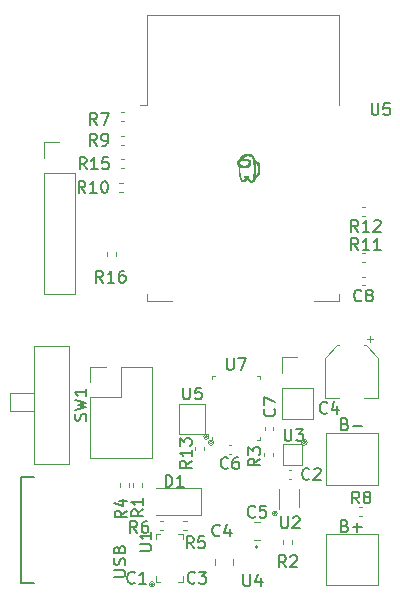
<source format=gbr>
%TF.GenerationSoftware,KiCad,Pcbnew,(5.1.9)-1*%
%TF.CreationDate,2022-10-17T20:04:13-04:00*%
%TF.ProjectId,slime,736c696d-652e-46b6-9963-61645f706362,rev?*%
%TF.SameCoordinates,Original*%
%TF.FileFunction,Legend,Top*%
%TF.FilePolarity,Positive*%
%FSLAX46Y46*%
G04 Gerber Fmt 4.6, Leading zero omitted, Abs format (unit mm)*
G04 Created by KiCad (PCBNEW (5.1.9)-1) date 2022-10-17 20:04:13*
%MOMM*%
%LPD*%
G01*
G04 APERTURE LIST*
%ADD10C,0.120000*%
%ADD11C,0.010000*%
%ADD12C,0.200000*%
%ADD13C,0.150000*%
G04 APERTURE END LIST*
D10*
%TO.C,U7*%
X124690000Y-90890000D02*
X124950000Y-90890000D01*
X124690000Y-90890000D02*
X124690000Y-91150000D01*
X128710000Y-90890000D02*
X128450000Y-90890000D01*
X128710000Y-90890000D02*
X128710000Y-91150000D01*
X124690000Y-96310000D02*
X124690000Y-96050000D01*
X128710000Y-96310000D02*
X128450000Y-96310000D01*
X128710000Y-96310000D02*
X128710000Y-96050000D01*
X124741421Y-96500000D02*
G75*
G03*
X124741421Y-96500000I-141421J0D01*
G01*
X124823607Y-96500000D02*
G75*
G03*
X124823607Y-96500000I-223607J0D01*
G01*
%TO.C,B+*%
X134300000Y-104200000D02*
X138700000Y-104200000D01*
X138700000Y-104200000D02*
X138700000Y-108600000D01*
X138700000Y-108600000D02*
X134300000Y-108600000D01*
X134300000Y-108600000D02*
X134300000Y-104200000D01*
%TO.C,~*%
X114370000Y-90070000D02*
X115700000Y-90070000D01*
X114370000Y-91400000D02*
X114370000Y-90070000D01*
X116970000Y-90070000D02*
X119570000Y-90070000D01*
X116970000Y-92670000D02*
X116970000Y-90070000D01*
X114370000Y-92670000D02*
X116970000Y-92670000D01*
X119570000Y-90070000D02*
X119570000Y-97810000D01*
X114370000Y-92670000D02*
X114370000Y-97810000D01*
X114370000Y-97810000D02*
X119570000Y-97810000D01*
%TO.C,U5*%
X119180000Y-60280000D02*
X135420000Y-60280000D01*
X135420000Y-60280000D02*
X135420000Y-67900000D01*
X135420000Y-83900000D02*
X135420000Y-84520000D01*
X135420000Y-84520000D02*
X133300000Y-84520000D01*
X121300000Y-84520000D02*
X119180000Y-84520000D01*
X119180000Y-84520000D02*
X119180000Y-83900000D01*
X119180000Y-67900000D02*
X119180000Y-60280000D01*
X119180000Y-67900000D02*
X118570000Y-67900000D01*
%TO.C,R12*%
X137653641Y-76520000D02*
X137346359Y-76520000D01*
X137653641Y-77280000D02*
X137346359Y-77280000D01*
%TO.C,R11*%
X137346359Y-81230000D02*
X137653641Y-81230000D01*
X137346359Y-80470000D02*
X137653641Y-80470000D01*
%TO.C,U1*%
X121800000Y-104200000D02*
X122200000Y-104200000D01*
X122200000Y-104200000D02*
X122200000Y-104700000D01*
X120300000Y-104200000D02*
X119900000Y-104200000D01*
X119900000Y-104200000D02*
X119900000Y-104700000D01*
X122200000Y-107800000D02*
X122200000Y-108300000D01*
X122200000Y-108300000D02*
X121800000Y-108300000D01*
X120300000Y-108300000D02*
X119900000Y-108300000D01*
X119900000Y-108300000D02*
X119900000Y-107800000D01*
X119823607Y-108500000D02*
G75*
G03*
X119823607Y-108500000I-223607J0D01*
G01*
X119741421Y-108500000D02*
G75*
G03*
X119741421Y-108500000I-141421J0D01*
G01*
X119700000Y-108500000D02*
G75*
G03*
X119700000Y-108500000I-100000J0D01*
G01*
X119600000Y-108500000D02*
X119700000Y-108500000D01*
%TO.C,U3*%
X132290000Y-98030000D02*
X132290000Y-96630000D01*
X132290000Y-96630000D02*
X130690000Y-96630000D01*
X130690000Y-96630000D02*
X130690000Y-98430000D01*
X130690000Y-98430000D02*
X132290000Y-98430000D01*
X132290000Y-98430000D02*
X132290000Y-98030000D01*
X132740000Y-96480000D02*
G75*
G03*
X132740000Y-96480000I-250000J0D01*
G01*
X132640000Y-96480000D02*
G75*
G03*
X132640000Y-96480000I-150000J0D01*
G01*
X132540000Y-96480000D02*
G75*
G03*
X132540000Y-96480000I-50000J0D01*
G01*
%TO.C,~*%
X130570000Y-94470000D02*
X133230000Y-94470000D01*
X130570000Y-91870000D02*
X130570000Y-94470000D01*
X133230000Y-91870000D02*
X133230000Y-94470000D01*
X130570000Y-91870000D02*
X133230000Y-91870000D01*
X130570000Y-90600000D02*
X130570000Y-89270000D01*
X130570000Y-89270000D02*
X131900000Y-89270000D01*
%TO.C,R8*%
X137413641Y-102730000D02*
X137106359Y-102730000D01*
X137413641Y-101970000D02*
X137106359Y-101970000D01*
%TO.C,BNO MODULE*%
X110430000Y-71060000D02*
X111760000Y-71060000D01*
X110430000Y-72390000D02*
X110430000Y-71060000D01*
X110430000Y-73660000D02*
X113090000Y-73660000D01*
X113090000Y-73660000D02*
X113090000Y-83880000D01*
X110430000Y-73660000D02*
X110430000Y-83880000D01*
X110430000Y-83880000D02*
X113090000Y-83880000D01*
D11*
%TO.C,~*%
G36*
X127542790Y-72083185D02*
G01*
X127508903Y-72090468D01*
X127475520Y-72097602D01*
X127444895Y-72104107D01*
X127419281Y-72109506D01*
X127400933Y-72113319D01*
X127399435Y-72113625D01*
X127364584Y-72121635D01*
X127327428Y-72131722D01*
X127290537Y-72143062D01*
X127256479Y-72154833D01*
X127227824Y-72166210D01*
X127211905Y-72173736D01*
X127165431Y-72202747D01*
X127124750Y-72238115D01*
X127089358Y-72280500D01*
X127058749Y-72330563D01*
X127032417Y-72388966D01*
X127019386Y-72425451D01*
X127014139Y-72440926D01*
X127009141Y-72453376D01*
X127003196Y-72464485D01*
X126995109Y-72475936D01*
X126983685Y-72489413D01*
X126967729Y-72506598D01*
X126946043Y-72529176D01*
X126944832Y-72530430D01*
X126916886Y-72559787D01*
X126894931Y-72584010D01*
X126877657Y-72604796D01*
X126863755Y-72623842D01*
X126851916Y-72642844D01*
X126840829Y-72663500D01*
X126838444Y-72668265D01*
X126817672Y-72721275D01*
X126806350Y-72776993D01*
X126804502Y-72834796D01*
X126812152Y-72894058D01*
X126827644Y-72949460D01*
X126840479Y-72983078D01*
X126854633Y-73013689D01*
X126871383Y-73043435D01*
X126892008Y-73074461D01*
X126917783Y-73108910D01*
X126937110Y-73133173D01*
X126950018Y-73149209D01*
X126959194Y-73161932D01*
X126965002Y-73173406D01*
X126967810Y-73185698D01*
X126967983Y-73200871D01*
X126965887Y-73220991D01*
X126961889Y-73248123D01*
X126959842Y-73261378D01*
X126952355Y-73311021D01*
X126946483Y-73352878D01*
X126942041Y-73388998D01*
X126938847Y-73421432D01*
X126936718Y-73452228D01*
X126935469Y-73483436D01*
X126934917Y-73517105D01*
X126934845Y-73540593D01*
X126935828Y-73595353D01*
X126939042Y-73643995D01*
X126944994Y-73689111D01*
X126954192Y-73733291D01*
X126967141Y-73779126D01*
X126984349Y-73829206D01*
X126998703Y-73866907D01*
X127009637Y-73895538D01*
X127017946Y-73919681D01*
X127024246Y-73941999D01*
X127029153Y-73965156D01*
X127033284Y-73991816D01*
X127037255Y-74024640D01*
X127039065Y-74041292D01*
X127048488Y-74106388D01*
X127062163Y-74162824D01*
X127080451Y-74211149D01*
X127103710Y-74251912D01*
X127132300Y-74285661D01*
X127166579Y-74312947D01*
X127206909Y-74334317D01*
X127238446Y-74345898D01*
X127274258Y-74353866D01*
X127314202Y-74357397D01*
X127354641Y-74356493D01*
X127391942Y-74351155D01*
X127411361Y-74345806D01*
X127461653Y-74324832D01*
X127504895Y-74298579D01*
X127541431Y-74266530D01*
X127571607Y-74228168D01*
X127595767Y-74182974D01*
X127614255Y-74130433D01*
X127627418Y-74070025D01*
X127634821Y-74010501D01*
X127636271Y-73994179D01*
X127637488Y-73983363D01*
X127638794Y-73978722D01*
X127640512Y-73980926D01*
X127642966Y-73990643D01*
X127646479Y-74008543D01*
X127651374Y-74035295D01*
X127654130Y-74050493D01*
X127668384Y-74119222D01*
X127684648Y-74179779D01*
X127702771Y-74231737D01*
X127722603Y-74274671D01*
X127743996Y-74308153D01*
X127745077Y-74309538D01*
X127774224Y-74340637D01*
X127809283Y-74368787D01*
X127845015Y-74390131D01*
X127865566Y-74398994D01*
X127889484Y-74407412D01*
X127913519Y-74414422D01*
X127934424Y-74419061D01*
X127947164Y-74420420D01*
X127955044Y-74423654D01*
X127956758Y-74427919D01*
X127958512Y-74431577D01*
X127964911Y-74433856D01*
X127977664Y-74435039D01*
X127998480Y-74435413D01*
X128001749Y-74435417D01*
X128024386Y-74435035D01*
X128038461Y-74433751D01*
X128045387Y-74431356D01*
X128046741Y-74428777D01*
X128051308Y-74423740D01*
X128063442Y-74418623D01*
X128071991Y-74416309D01*
X128106702Y-74405433D01*
X128138695Y-74388901D01*
X128170239Y-74365349D01*
X128194264Y-74342965D01*
X128215592Y-74320577D01*
X128231715Y-74300567D01*
X128245346Y-74279203D01*
X128257863Y-74255453D01*
X128272859Y-74222265D01*
X128287409Y-74184660D01*
X128300889Y-74144795D01*
X128312672Y-74104830D01*
X128322133Y-74066922D01*
X128328644Y-74033230D01*
X128331580Y-74005912D01*
X128331684Y-74000967D01*
X128331684Y-73985506D01*
X128362928Y-73985384D01*
X128410717Y-73980495D01*
X128454932Y-73966352D01*
X128495244Y-73943156D01*
X128531326Y-73911107D01*
X128562848Y-73870407D01*
X128570493Y-73858031D01*
X128590238Y-73820542D01*
X128606448Y-73780618D01*
X128619305Y-73737187D01*
X128628992Y-73689172D01*
X128635688Y-73635502D01*
X128639578Y-73575101D01*
X128640840Y-73506895D01*
X128640095Y-73446553D01*
X128639036Y-73409915D01*
X128637639Y-73374352D01*
X128636596Y-73353509D01*
X128565735Y-73353509D01*
X128563653Y-73425433D01*
X128559250Y-73494397D01*
X128552667Y-73559330D01*
X128544046Y-73619159D01*
X128533528Y-73672814D01*
X128521255Y-73719222D01*
X128507369Y-73757311D01*
X128500263Y-73772152D01*
X128481212Y-73800996D01*
X128457799Y-73825120D01*
X128431597Y-73843685D01*
X128404177Y-73855855D01*
X128377114Y-73860791D01*
X128351980Y-73857657D01*
X128344841Y-73854922D01*
X128334331Y-73846491D01*
X128329020Y-73835144D01*
X128330487Y-73824603D01*
X128331408Y-73823298D01*
X128335988Y-73812513D01*
X128337479Y-73798572D01*
X128335306Y-73787354D01*
X128334984Y-73786795D01*
X128334063Y-73781332D01*
X128335900Y-73780546D01*
X128337798Y-73775941D01*
X128339169Y-73763672D01*
X128340018Y-73746061D01*
X128340350Y-73725427D01*
X128340170Y-73704091D01*
X128339482Y-73684374D01*
X128338292Y-73668596D01*
X128336605Y-73659077D01*
X128335644Y-73657427D01*
X128334373Y-73651945D01*
X128336430Y-73648377D01*
X128339586Y-73639248D01*
X128339816Y-73626224D01*
X128339846Y-73614410D01*
X128342453Y-73607615D01*
X128342619Y-73607501D01*
X128344844Y-73601161D01*
X128343917Y-73589687D01*
X128343739Y-73588858D01*
X128341627Y-73575658D01*
X128339595Y-73556762D01*
X128338201Y-73538094D01*
X128337012Y-73517382D01*
X128335903Y-73498067D01*
X128335188Y-73485604D01*
X128333466Y-73472069D01*
X128330628Y-73462667D01*
X128330353Y-73462204D01*
X128329394Y-73455341D01*
X128330911Y-73453589D01*
X128333236Y-73447355D01*
X128333896Y-73435277D01*
X128333038Y-73421344D01*
X128330808Y-73409542D01*
X128329139Y-73405545D01*
X128328946Y-73397521D01*
X128330968Y-73393985D01*
X128333625Y-73385464D01*
X128332569Y-73382056D01*
X128330869Y-73374320D01*
X128329999Y-73359940D01*
X128330087Y-73344731D01*
X128329942Y-73324122D01*
X128328451Y-73304269D01*
X128326751Y-73293511D01*
X128326225Y-73288975D01*
X128210167Y-73288975D01*
X128209888Y-73337796D01*
X128209508Y-73360802D01*
X128207243Y-73459164D01*
X128204693Y-73548660D01*
X128201789Y-73630418D01*
X128198465Y-73705568D01*
X128194652Y-73775241D01*
X128190282Y-73840564D01*
X128185288Y-73902667D01*
X128179602Y-73962679D01*
X128173156Y-74021731D01*
X128166585Y-74075488D01*
X128164063Y-74096968D01*
X128161191Y-74124192D01*
X128158404Y-74152935D01*
X128156961Y-74169063D01*
X128153691Y-74199930D01*
X128149445Y-74222903D01*
X128143408Y-74240085D01*
X128134764Y-74253577D01*
X128122698Y-74265483D01*
X128118127Y-74269187D01*
X128098738Y-74283295D01*
X128080886Y-74293166D01*
X128060177Y-74300975D01*
X128044524Y-74305582D01*
X128007840Y-74313006D01*
X127971358Y-74314254D01*
X127931178Y-74309425D01*
X127926441Y-74308541D01*
X127891390Y-74299186D01*
X127859394Y-74284543D01*
X127827538Y-74263121D01*
X127810267Y-74248982D01*
X127791054Y-74229996D01*
X127774856Y-74208214D01*
X127761378Y-74182635D01*
X127750329Y-74152254D01*
X127741416Y-74116070D01*
X127734346Y-74073079D01*
X127728826Y-74022279D01*
X127724563Y-73962666D01*
X127724052Y-73953601D01*
X127720526Y-73889202D01*
X127582442Y-73893236D01*
X127545343Y-73894341D01*
X127510723Y-73895410D01*
X127480079Y-73896395D01*
X127454907Y-73897246D01*
X127436704Y-73897915D01*
X127426966Y-73898351D01*
X127426863Y-73898358D01*
X127409760Y-73899224D01*
X127390849Y-73899918D01*
X127388469Y-73899983D01*
X127375400Y-73900676D01*
X127370094Y-73903254D01*
X127370320Y-73909838D01*
X127371924Y-73915697D01*
X127381744Y-73938618D01*
X127398013Y-73963750D01*
X127409170Y-73977535D01*
X127417509Y-73989357D01*
X127421734Y-73999809D01*
X127421864Y-74001267D01*
X127423876Y-74010334D01*
X127429143Y-74025112D01*
X127436225Y-74041731D01*
X127448852Y-74070333D01*
X127457028Y-74092261D01*
X127461171Y-74109574D01*
X127461696Y-74124331D01*
X127459020Y-74138591D01*
X127457073Y-74144834D01*
X127441228Y-74176627D01*
X127417686Y-74203381D01*
X127388085Y-74223644D01*
X127354504Y-74235865D01*
X127331958Y-74238836D01*
X127303167Y-74239690D01*
X127271617Y-74238603D01*
X127240795Y-74235747D01*
X127214188Y-74231296D01*
X127202859Y-74228310D01*
X127173776Y-74214386D01*
X127147331Y-74192886D01*
X127126432Y-74166230D01*
X127124767Y-74163389D01*
X127120094Y-74152437D01*
X127113686Y-74133540D01*
X127106081Y-74108489D01*
X127097815Y-74079076D01*
X127089426Y-74047092D01*
X127087148Y-74037995D01*
X127078158Y-74001951D01*
X127068721Y-73964490D01*
X127059536Y-73928373D01*
X127051307Y-73896359D01*
X127044734Y-73871205D01*
X127044554Y-73870528D01*
X127035027Y-73832614D01*
X127026979Y-73795739D01*
X127020314Y-73758714D01*
X127014935Y-73720346D01*
X127010746Y-73679447D01*
X127007649Y-73634823D01*
X127005549Y-73585286D01*
X127004349Y-73529643D01*
X127003953Y-73466703D01*
X127004264Y-73395277D01*
X127004444Y-73375626D01*
X127005021Y-73320756D01*
X127005588Y-73274938D01*
X127006182Y-73237224D01*
X127006842Y-73206670D01*
X127007606Y-73182327D01*
X127008513Y-73163249D01*
X127009601Y-73148491D01*
X127010908Y-73137105D01*
X127012472Y-73128146D01*
X127014333Y-73120665D01*
X127014852Y-73118905D01*
X127020543Y-73106405D01*
X127029202Y-73093548D01*
X127038561Y-73083131D01*
X127046356Y-73077950D01*
X127048112Y-73077848D01*
X127066590Y-73084095D01*
X127087181Y-73094695D01*
X127100195Y-73103426D01*
X127118335Y-73112921D01*
X127138542Y-73117691D01*
X127155272Y-73120729D01*
X127169597Y-73125626D01*
X127172745Y-73127329D01*
X127186054Y-73134305D01*
X127204416Y-73141231D01*
X127228949Y-73148424D01*
X127260771Y-73156199D01*
X127301002Y-73164875D01*
X127316884Y-73168103D01*
X127379183Y-73179662D01*
X127433814Y-73187566D01*
X127482410Y-73191826D01*
X127526605Y-73192451D01*
X127568035Y-73189450D01*
X127608333Y-73182833D01*
X127649132Y-73172609D01*
X127657681Y-73170076D01*
X127689674Y-73159647D01*
X127715147Y-73149358D01*
X127737425Y-73137617D01*
X127759835Y-73122836D01*
X127766319Y-73118133D01*
X127797094Y-73089836D01*
X127822811Y-73053840D01*
X127843631Y-73009816D01*
X127859716Y-72957434D01*
X127869456Y-72908197D01*
X127872939Y-72878843D01*
X127875108Y-72844624D01*
X127876042Y-72807185D01*
X127875833Y-72770357D01*
X127776085Y-72770357D01*
X127771038Y-72813506D01*
X127768878Y-72824695D01*
X127753774Y-72874656D01*
X127730266Y-72919567D01*
X127698799Y-72959038D01*
X127659818Y-72992674D01*
X127613766Y-73020085D01*
X127561088Y-73040877D01*
X127510045Y-73053308D01*
X127495799Y-73055914D01*
X127484589Y-73057816D01*
X127474612Y-73059044D01*
X127464068Y-73059630D01*
X127451154Y-73059607D01*
X127434069Y-73059006D01*
X127411011Y-73057860D01*
X127380179Y-73056199D01*
X127371873Y-73055751D01*
X127339435Y-73053658D01*
X127306865Y-73050938D01*
X127276979Y-73047869D01*
X127252597Y-73044729D01*
X127241899Y-73042948D01*
X127189171Y-73029612D01*
X127140448Y-73010873D01*
X127096408Y-72987447D01*
X127057729Y-72960048D01*
X127025090Y-72929393D01*
X126999168Y-72896195D01*
X126980642Y-72861169D01*
X126970189Y-72825032D01*
X126968489Y-72788497D01*
X126973685Y-72760143D01*
X126983426Y-72735967D01*
X126998774Y-72708432D01*
X127017654Y-72680578D01*
X127037992Y-72655444D01*
X127057711Y-72636072D01*
X127059199Y-72634863D01*
X127095591Y-72610198D01*
X127139627Y-72587632D01*
X127189017Y-72568137D01*
X127241471Y-72552685D01*
X127265334Y-72547337D01*
X127286651Y-72543674D01*
X127309542Y-72541180D01*
X127336239Y-72539722D01*
X127368976Y-72539165D01*
X127399368Y-72539262D01*
X127433989Y-72539842D01*
X127464452Y-72541080D01*
X127493114Y-72543242D01*
X127522335Y-72546594D01*
X127554473Y-72551402D01*
X127591886Y-72557931D01*
X127631822Y-72565461D01*
X127651410Y-72569069D01*
X127670374Y-72572303D01*
X127678170Y-72573516D01*
X127701495Y-72581859D01*
X127722893Y-72599278D01*
X127741715Y-72624936D01*
X127757313Y-72657994D01*
X127766791Y-72688242D01*
X127774690Y-72729941D01*
X127776085Y-72770357D01*
X127875833Y-72770357D01*
X127875820Y-72768170D01*
X127874519Y-72729225D01*
X127872218Y-72691995D01*
X127868996Y-72658123D01*
X127864931Y-72629255D01*
X127860100Y-72607035D01*
X127854584Y-72593108D01*
X127854435Y-72592876D01*
X127842442Y-72580722D01*
X127822095Y-72567136D01*
X127794838Y-72552663D01*
X127762117Y-72537849D01*
X127725377Y-72523240D01*
X127686064Y-72509382D01*
X127645622Y-72496820D01*
X127605498Y-72486100D01*
X127567137Y-72477768D01*
X127536841Y-72472952D01*
X127513346Y-72469793D01*
X127481814Y-72465211D01*
X127441380Y-72459080D01*
X127436861Y-72458384D01*
X127419720Y-72456696D01*
X127395250Y-72455550D01*
X127366106Y-72454993D01*
X127334944Y-72455077D01*
X127304420Y-72455851D01*
X127303627Y-72455882D01*
X127280934Y-72455920D01*
X127264359Y-72453520D01*
X127250199Y-72448111D01*
X127248903Y-72447450D01*
X127233064Y-72435884D01*
X127225805Y-72422828D01*
X127227580Y-72409639D01*
X127233697Y-72401727D01*
X127246241Y-72389268D01*
X127258112Y-72376156D01*
X127267287Y-72364774D01*
X127271745Y-72357503D01*
X127271893Y-72356737D01*
X127275772Y-72352089D01*
X127285727Y-72344375D01*
X127294279Y-72338671D01*
X127306369Y-72330194D01*
X127313542Y-72323513D01*
X127314486Y-72320998D01*
X127317261Y-72316778D01*
X127326606Y-72308969D01*
X127340562Y-72299195D01*
X127341879Y-72298338D01*
X127356084Y-72288395D01*
X127365765Y-72280155D01*
X127368987Y-72275283D01*
X127368902Y-72275080D01*
X127370231Y-72272919D01*
X127373730Y-72273788D01*
X127381771Y-72272153D01*
X127386738Y-72266092D01*
X127392714Y-72259109D01*
X127397119Y-72258501D01*
X127401543Y-72257860D01*
X127401867Y-72256141D01*
X127405891Y-72251396D01*
X127409080Y-72250847D01*
X127417910Y-72248444D01*
X127430393Y-72242524D01*
X127432826Y-72241138D01*
X127447324Y-72233943D01*
X127460698Y-72229307D01*
X127461856Y-72229063D01*
X127474705Y-72225522D01*
X127490431Y-72219814D01*
X127493460Y-72218558D01*
X127510416Y-72212947D01*
X127534876Y-72206961D01*
X127564377Y-72201043D01*
X127596459Y-72195638D01*
X127628661Y-72191190D01*
X127658521Y-72188143D01*
X127664316Y-72187720D01*
X127732571Y-72187771D01*
X127800021Y-72196776D01*
X127865352Y-72214285D01*
X127927253Y-72239849D01*
X127984412Y-72273018D01*
X128035518Y-72313343D01*
X128038092Y-72315727D01*
X128067727Y-72346664D01*
X128092988Y-72380502D01*
X128114316Y-72418354D01*
X128132154Y-72461333D01*
X128146947Y-72510551D01*
X128159137Y-72567121D01*
X128169166Y-72632155D01*
X128171497Y-72650768D01*
X128175169Y-72681103D01*
X128331803Y-73645651D01*
X128180452Y-72721892D01*
X128182746Y-72737304D01*
X128185263Y-72752700D01*
X128186640Y-72760747D01*
X128189895Y-72784512D01*
X128193074Y-72816988D01*
X128196128Y-72856888D01*
X128199008Y-72902927D01*
X128201664Y-72953817D01*
X128204048Y-73008271D01*
X128206111Y-73065003D01*
X128207803Y-73122726D01*
X128209076Y-73180154D01*
X128209880Y-73235999D01*
X128210167Y-73288975D01*
X128326225Y-73288975D01*
X128324822Y-73276878D01*
X128328329Y-73265404D01*
X128329017Y-73264371D01*
X128333081Y-73255608D01*
X128331005Y-73246118D01*
X128328890Y-73241770D01*
X128325159Y-73230750D01*
X128325852Y-73223419D01*
X128327725Y-73215677D01*
X128328294Y-73201852D01*
X128327962Y-73193162D01*
X128326902Y-73177049D01*
X128326068Y-73164407D01*
X128325821Y-73160668D01*
X128322368Y-73149907D01*
X128320575Y-73147140D01*
X128318233Y-73138638D01*
X128319257Y-73135560D01*
X128321433Y-73127036D01*
X128323024Y-73111174D01*
X128323991Y-73090618D01*
X128324292Y-73068012D01*
X128323889Y-73046003D01*
X128322742Y-73027234D01*
X128321065Y-73015410D01*
X128318757Y-72997993D01*
X128321482Y-72988906D01*
X128325662Y-72980015D01*
X128326400Y-72968549D01*
X128323570Y-72959750D01*
X128322229Y-72958543D01*
X128319771Y-72952337D01*
X128318586Y-72939707D01*
X128318625Y-72932003D01*
X128318292Y-72916646D01*
X128316467Y-72905158D01*
X128315236Y-72902289D01*
X128313903Y-72893345D01*
X128316084Y-72886850D01*
X128319062Y-72874223D01*
X128318368Y-72866615D01*
X128317274Y-72850899D01*
X128321346Y-72837188D01*
X128329002Y-72827390D01*
X128338660Y-72823416D01*
X128348736Y-72827176D01*
X128350044Y-72828383D01*
X128360155Y-72833922D01*
X128367239Y-72834137D01*
X128377697Y-72835420D01*
X128382057Y-72838693D01*
X128388798Y-72843383D01*
X128391839Y-72843128D01*
X128397466Y-72844748D01*
X128405020Y-72851931D01*
X128417157Y-72860904D01*
X128431665Y-72862921D01*
X128447217Y-72866066D01*
X128462364Y-72876572D01*
X128477873Y-72895201D01*
X128494508Y-72922716D01*
X128497741Y-72928785D01*
X128517784Y-72972759D01*
X128534067Y-73021427D01*
X128546783Y-73075777D01*
X128556120Y-73136796D01*
X128562269Y-73205472D01*
X128565353Y-73279699D01*
X128565735Y-73353509D01*
X128636596Y-73353509D01*
X128636010Y-73341815D01*
X128634252Y-73314253D01*
X128632469Y-73293617D01*
X128631474Y-73285643D01*
X128629006Y-73263431D01*
X128628231Y-73238517D01*
X128629142Y-73208376D01*
X128631185Y-73177432D01*
X128633423Y-73141973D01*
X128635042Y-73103058D01*
X128636044Y-73062547D01*
X128636427Y-73022301D01*
X128636191Y-72984182D01*
X128635336Y-72950050D01*
X128633861Y-72921766D01*
X128631767Y-72901191D01*
X128631224Y-72897888D01*
X128618378Y-72854484D01*
X128596713Y-72813935D01*
X128567288Y-72777560D01*
X128531163Y-72746679D01*
X128490981Y-72723341D01*
X128474805Y-72716515D01*
X128461111Y-72711959D01*
X128454785Y-72710805D01*
X128445323Y-72708843D01*
X128430450Y-72703811D01*
X128417293Y-72698463D01*
X128395567Y-72690398D01*
X128371458Y-72683511D01*
X128359615Y-72680986D01*
X128343845Y-72678049D01*
X128332799Y-72675667D01*
X128329220Y-72674533D01*
X128327664Y-72669435D01*
X128324340Y-72657178D01*
X128319935Y-72640293D01*
X128319416Y-72638271D01*
X128305683Y-72591327D01*
X128287284Y-72538397D01*
X128265210Y-72481737D01*
X128240452Y-72423604D01*
X128214003Y-72366254D01*
X128186854Y-72311944D01*
X128159997Y-72262929D01*
X128140000Y-72230000D01*
X128104990Y-72184448D01*
X128062430Y-72144286D01*
X128013779Y-72110574D01*
X127960498Y-72084374D01*
X127920971Y-72070999D01*
X127908006Y-72067706D01*
X127894904Y-72065204D01*
X127880056Y-72063387D01*
X127861855Y-72062152D01*
X127838692Y-72061393D01*
X127808961Y-72061006D01*
X127771052Y-72060886D01*
X127765346Y-72060885D01*
X127646219Y-72060885D01*
X127542790Y-72083185D01*
G37*
X127542790Y-72083185D02*
X127508903Y-72090468D01*
X127475520Y-72097602D01*
X127444895Y-72104107D01*
X127419281Y-72109506D01*
X127400933Y-72113319D01*
X127399435Y-72113625D01*
X127364584Y-72121635D01*
X127327428Y-72131722D01*
X127290537Y-72143062D01*
X127256479Y-72154833D01*
X127227824Y-72166210D01*
X127211905Y-72173736D01*
X127165431Y-72202747D01*
X127124750Y-72238115D01*
X127089358Y-72280500D01*
X127058749Y-72330563D01*
X127032417Y-72388966D01*
X127019386Y-72425451D01*
X127014139Y-72440926D01*
X127009141Y-72453376D01*
X127003196Y-72464485D01*
X126995109Y-72475936D01*
X126983685Y-72489413D01*
X126967729Y-72506598D01*
X126946043Y-72529176D01*
X126944832Y-72530430D01*
X126916886Y-72559787D01*
X126894931Y-72584010D01*
X126877657Y-72604796D01*
X126863755Y-72623842D01*
X126851916Y-72642844D01*
X126840829Y-72663500D01*
X126838444Y-72668265D01*
X126817672Y-72721275D01*
X126806350Y-72776993D01*
X126804502Y-72834796D01*
X126812152Y-72894058D01*
X126827644Y-72949460D01*
X126840479Y-72983078D01*
X126854633Y-73013689D01*
X126871383Y-73043435D01*
X126892008Y-73074461D01*
X126917783Y-73108910D01*
X126937110Y-73133173D01*
X126950018Y-73149209D01*
X126959194Y-73161932D01*
X126965002Y-73173406D01*
X126967810Y-73185698D01*
X126967983Y-73200871D01*
X126965887Y-73220991D01*
X126961889Y-73248123D01*
X126959842Y-73261378D01*
X126952355Y-73311021D01*
X126946483Y-73352878D01*
X126942041Y-73388998D01*
X126938847Y-73421432D01*
X126936718Y-73452228D01*
X126935469Y-73483436D01*
X126934917Y-73517105D01*
X126934845Y-73540593D01*
X126935828Y-73595353D01*
X126939042Y-73643995D01*
X126944994Y-73689111D01*
X126954192Y-73733291D01*
X126967141Y-73779126D01*
X126984349Y-73829206D01*
X126998703Y-73866907D01*
X127009637Y-73895538D01*
X127017946Y-73919681D01*
X127024246Y-73941999D01*
X127029153Y-73965156D01*
X127033284Y-73991816D01*
X127037255Y-74024640D01*
X127039065Y-74041292D01*
X127048488Y-74106388D01*
X127062163Y-74162824D01*
X127080451Y-74211149D01*
X127103710Y-74251912D01*
X127132300Y-74285661D01*
X127166579Y-74312947D01*
X127206909Y-74334317D01*
X127238446Y-74345898D01*
X127274258Y-74353866D01*
X127314202Y-74357397D01*
X127354641Y-74356493D01*
X127391942Y-74351155D01*
X127411361Y-74345806D01*
X127461653Y-74324832D01*
X127504895Y-74298579D01*
X127541431Y-74266530D01*
X127571607Y-74228168D01*
X127595767Y-74182974D01*
X127614255Y-74130433D01*
X127627418Y-74070025D01*
X127634821Y-74010501D01*
X127636271Y-73994179D01*
X127637488Y-73983363D01*
X127638794Y-73978722D01*
X127640512Y-73980926D01*
X127642966Y-73990643D01*
X127646479Y-74008543D01*
X127651374Y-74035295D01*
X127654130Y-74050493D01*
X127668384Y-74119222D01*
X127684648Y-74179779D01*
X127702771Y-74231737D01*
X127722603Y-74274671D01*
X127743996Y-74308153D01*
X127745077Y-74309538D01*
X127774224Y-74340637D01*
X127809283Y-74368787D01*
X127845015Y-74390131D01*
X127865566Y-74398994D01*
X127889484Y-74407412D01*
X127913519Y-74414422D01*
X127934424Y-74419061D01*
X127947164Y-74420420D01*
X127955044Y-74423654D01*
X127956758Y-74427919D01*
X127958512Y-74431577D01*
X127964911Y-74433856D01*
X127977664Y-74435039D01*
X127998480Y-74435413D01*
X128001749Y-74435417D01*
X128024386Y-74435035D01*
X128038461Y-74433751D01*
X128045387Y-74431356D01*
X128046741Y-74428777D01*
X128051308Y-74423740D01*
X128063442Y-74418623D01*
X128071991Y-74416309D01*
X128106702Y-74405433D01*
X128138695Y-74388901D01*
X128170239Y-74365349D01*
X128194264Y-74342965D01*
X128215592Y-74320577D01*
X128231715Y-74300567D01*
X128245346Y-74279203D01*
X128257863Y-74255453D01*
X128272859Y-74222265D01*
X128287409Y-74184660D01*
X128300889Y-74144795D01*
X128312672Y-74104830D01*
X128322133Y-74066922D01*
X128328644Y-74033230D01*
X128331580Y-74005912D01*
X128331684Y-74000967D01*
X128331684Y-73985506D01*
X128362928Y-73985384D01*
X128410717Y-73980495D01*
X128454932Y-73966352D01*
X128495244Y-73943156D01*
X128531326Y-73911107D01*
X128562848Y-73870407D01*
X128570493Y-73858031D01*
X128590238Y-73820542D01*
X128606448Y-73780618D01*
X128619305Y-73737187D01*
X128628992Y-73689172D01*
X128635688Y-73635502D01*
X128639578Y-73575101D01*
X128640840Y-73506895D01*
X128640095Y-73446553D01*
X128639036Y-73409915D01*
X128637639Y-73374352D01*
X128636596Y-73353509D01*
X128565735Y-73353509D01*
X128563653Y-73425433D01*
X128559250Y-73494397D01*
X128552667Y-73559330D01*
X128544046Y-73619159D01*
X128533528Y-73672814D01*
X128521255Y-73719222D01*
X128507369Y-73757311D01*
X128500263Y-73772152D01*
X128481212Y-73800996D01*
X128457799Y-73825120D01*
X128431597Y-73843685D01*
X128404177Y-73855855D01*
X128377114Y-73860791D01*
X128351980Y-73857657D01*
X128344841Y-73854922D01*
X128334331Y-73846491D01*
X128329020Y-73835144D01*
X128330487Y-73824603D01*
X128331408Y-73823298D01*
X128335988Y-73812513D01*
X128337479Y-73798572D01*
X128335306Y-73787354D01*
X128334984Y-73786795D01*
X128334063Y-73781332D01*
X128335900Y-73780546D01*
X128337798Y-73775941D01*
X128339169Y-73763672D01*
X128340018Y-73746061D01*
X128340350Y-73725427D01*
X128340170Y-73704091D01*
X128339482Y-73684374D01*
X128338292Y-73668596D01*
X128336605Y-73659077D01*
X128335644Y-73657427D01*
X128334373Y-73651945D01*
X128336430Y-73648377D01*
X128339586Y-73639248D01*
X128339816Y-73626224D01*
X128339846Y-73614410D01*
X128342453Y-73607615D01*
X128342619Y-73607501D01*
X128344844Y-73601161D01*
X128343917Y-73589687D01*
X128343739Y-73588858D01*
X128341627Y-73575658D01*
X128339595Y-73556762D01*
X128338201Y-73538094D01*
X128337012Y-73517382D01*
X128335903Y-73498067D01*
X128335188Y-73485604D01*
X128333466Y-73472069D01*
X128330628Y-73462667D01*
X128330353Y-73462204D01*
X128329394Y-73455341D01*
X128330911Y-73453589D01*
X128333236Y-73447355D01*
X128333896Y-73435277D01*
X128333038Y-73421344D01*
X128330808Y-73409542D01*
X128329139Y-73405545D01*
X128328946Y-73397521D01*
X128330968Y-73393985D01*
X128333625Y-73385464D01*
X128332569Y-73382056D01*
X128330869Y-73374320D01*
X128329999Y-73359940D01*
X128330087Y-73344731D01*
X128329942Y-73324122D01*
X128328451Y-73304269D01*
X128326751Y-73293511D01*
X128326225Y-73288975D01*
X128210167Y-73288975D01*
X128209888Y-73337796D01*
X128209508Y-73360802D01*
X128207243Y-73459164D01*
X128204693Y-73548660D01*
X128201789Y-73630418D01*
X128198465Y-73705568D01*
X128194652Y-73775241D01*
X128190282Y-73840564D01*
X128185288Y-73902667D01*
X128179602Y-73962679D01*
X128173156Y-74021731D01*
X128166585Y-74075488D01*
X128164063Y-74096968D01*
X128161191Y-74124192D01*
X128158404Y-74152935D01*
X128156961Y-74169063D01*
X128153691Y-74199930D01*
X128149445Y-74222903D01*
X128143408Y-74240085D01*
X128134764Y-74253577D01*
X128122698Y-74265483D01*
X128118127Y-74269187D01*
X128098738Y-74283295D01*
X128080886Y-74293166D01*
X128060177Y-74300975D01*
X128044524Y-74305582D01*
X128007840Y-74313006D01*
X127971358Y-74314254D01*
X127931178Y-74309425D01*
X127926441Y-74308541D01*
X127891390Y-74299186D01*
X127859394Y-74284543D01*
X127827538Y-74263121D01*
X127810267Y-74248982D01*
X127791054Y-74229996D01*
X127774856Y-74208214D01*
X127761378Y-74182635D01*
X127750329Y-74152254D01*
X127741416Y-74116070D01*
X127734346Y-74073079D01*
X127728826Y-74022279D01*
X127724563Y-73962666D01*
X127724052Y-73953601D01*
X127720526Y-73889202D01*
X127582442Y-73893236D01*
X127545343Y-73894341D01*
X127510723Y-73895410D01*
X127480079Y-73896395D01*
X127454907Y-73897246D01*
X127436704Y-73897915D01*
X127426966Y-73898351D01*
X127426863Y-73898358D01*
X127409760Y-73899224D01*
X127390849Y-73899918D01*
X127388469Y-73899983D01*
X127375400Y-73900676D01*
X127370094Y-73903254D01*
X127370320Y-73909838D01*
X127371924Y-73915697D01*
X127381744Y-73938618D01*
X127398013Y-73963750D01*
X127409170Y-73977535D01*
X127417509Y-73989357D01*
X127421734Y-73999809D01*
X127421864Y-74001267D01*
X127423876Y-74010334D01*
X127429143Y-74025112D01*
X127436225Y-74041731D01*
X127448852Y-74070333D01*
X127457028Y-74092261D01*
X127461171Y-74109574D01*
X127461696Y-74124331D01*
X127459020Y-74138591D01*
X127457073Y-74144834D01*
X127441228Y-74176627D01*
X127417686Y-74203381D01*
X127388085Y-74223644D01*
X127354504Y-74235865D01*
X127331958Y-74238836D01*
X127303167Y-74239690D01*
X127271617Y-74238603D01*
X127240795Y-74235747D01*
X127214188Y-74231296D01*
X127202859Y-74228310D01*
X127173776Y-74214386D01*
X127147331Y-74192886D01*
X127126432Y-74166230D01*
X127124767Y-74163389D01*
X127120094Y-74152437D01*
X127113686Y-74133540D01*
X127106081Y-74108489D01*
X127097815Y-74079076D01*
X127089426Y-74047092D01*
X127087148Y-74037995D01*
X127078158Y-74001951D01*
X127068721Y-73964490D01*
X127059536Y-73928373D01*
X127051307Y-73896359D01*
X127044734Y-73871205D01*
X127044554Y-73870528D01*
X127035027Y-73832614D01*
X127026979Y-73795739D01*
X127020314Y-73758714D01*
X127014935Y-73720346D01*
X127010746Y-73679447D01*
X127007649Y-73634823D01*
X127005549Y-73585286D01*
X127004349Y-73529643D01*
X127003953Y-73466703D01*
X127004264Y-73395277D01*
X127004444Y-73375626D01*
X127005021Y-73320756D01*
X127005588Y-73274938D01*
X127006182Y-73237224D01*
X127006842Y-73206670D01*
X127007606Y-73182327D01*
X127008513Y-73163249D01*
X127009601Y-73148491D01*
X127010908Y-73137105D01*
X127012472Y-73128146D01*
X127014333Y-73120665D01*
X127014852Y-73118905D01*
X127020543Y-73106405D01*
X127029202Y-73093548D01*
X127038561Y-73083131D01*
X127046356Y-73077950D01*
X127048112Y-73077848D01*
X127066590Y-73084095D01*
X127087181Y-73094695D01*
X127100195Y-73103426D01*
X127118335Y-73112921D01*
X127138542Y-73117691D01*
X127155272Y-73120729D01*
X127169597Y-73125626D01*
X127172745Y-73127329D01*
X127186054Y-73134305D01*
X127204416Y-73141231D01*
X127228949Y-73148424D01*
X127260771Y-73156199D01*
X127301002Y-73164875D01*
X127316884Y-73168103D01*
X127379183Y-73179662D01*
X127433814Y-73187566D01*
X127482410Y-73191826D01*
X127526605Y-73192451D01*
X127568035Y-73189450D01*
X127608333Y-73182833D01*
X127649132Y-73172609D01*
X127657681Y-73170076D01*
X127689674Y-73159647D01*
X127715147Y-73149358D01*
X127737425Y-73137617D01*
X127759835Y-73122836D01*
X127766319Y-73118133D01*
X127797094Y-73089836D01*
X127822811Y-73053840D01*
X127843631Y-73009816D01*
X127859716Y-72957434D01*
X127869456Y-72908197D01*
X127872939Y-72878843D01*
X127875108Y-72844624D01*
X127876042Y-72807185D01*
X127875833Y-72770357D01*
X127776085Y-72770357D01*
X127771038Y-72813506D01*
X127768878Y-72824695D01*
X127753774Y-72874656D01*
X127730266Y-72919567D01*
X127698799Y-72959038D01*
X127659818Y-72992674D01*
X127613766Y-73020085D01*
X127561088Y-73040877D01*
X127510045Y-73053308D01*
X127495799Y-73055914D01*
X127484589Y-73057816D01*
X127474612Y-73059044D01*
X127464068Y-73059630D01*
X127451154Y-73059607D01*
X127434069Y-73059006D01*
X127411011Y-73057860D01*
X127380179Y-73056199D01*
X127371873Y-73055751D01*
X127339435Y-73053658D01*
X127306865Y-73050938D01*
X127276979Y-73047869D01*
X127252597Y-73044729D01*
X127241899Y-73042948D01*
X127189171Y-73029612D01*
X127140448Y-73010873D01*
X127096408Y-72987447D01*
X127057729Y-72960048D01*
X127025090Y-72929393D01*
X126999168Y-72896195D01*
X126980642Y-72861169D01*
X126970189Y-72825032D01*
X126968489Y-72788497D01*
X126973685Y-72760143D01*
X126983426Y-72735967D01*
X126998774Y-72708432D01*
X127017654Y-72680578D01*
X127037992Y-72655444D01*
X127057711Y-72636072D01*
X127059199Y-72634863D01*
X127095591Y-72610198D01*
X127139627Y-72587632D01*
X127189017Y-72568137D01*
X127241471Y-72552685D01*
X127265334Y-72547337D01*
X127286651Y-72543674D01*
X127309542Y-72541180D01*
X127336239Y-72539722D01*
X127368976Y-72539165D01*
X127399368Y-72539262D01*
X127433989Y-72539842D01*
X127464452Y-72541080D01*
X127493114Y-72543242D01*
X127522335Y-72546594D01*
X127554473Y-72551402D01*
X127591886Y-72557931D01*
X127631822Y-72565461D01*
X127651410Y-72569069D01*
X127670374Y-72572303D01*
X127678170Y-72573516D01*
X127701495Y-72581859D01*
X127722893Y-72599278D01*
X127741715Y-72624936D01*
X127757313Y-72657994D01*
X127766791Y-72688242D01*
X127774690Y-72729941D01*
X127776085Y-72770357D01*
X127875833Y-72770357D01*
X127875820Y-72768170D01*
X127874519Y-72729225D01*
X127872218Y-72691995D01*
X127868996Y-72658123D01*
X127864931Y-72629255D01*
X127860100Y-72607035D01*
X127854584Y-72593108D01*
X127854435Y-72592876D01*
X127842442Y-72580722D01*
X127822095Y-72567136D01*
X127794838Y-72552663D01*
X127762117Y-72537849D01*
X127725377Y-72523240D01*
X127686064Y-72509382D01*
X127645622Y-72496820D01*
X127605498Y-72486100D01*
X127567137Y-72477768D01*
X127536841Y-72472952D01*
X127513346Y-72469793D01*
X127481814Y-72465211D01*
X127441380Y-72459080D01*
X127436861Y-72458384D01*
X127419720Y-72456696D01*
X127395250Y-72455550D01*
X127366106Y-72454993D01*
X127334944Y-72455077D01*
X127304420Y-72455851D01*
X127303627Y-72455882D01*
X127280934Y-72455920D01*
X127264359Y-72453520D01*
X127250199Y-72448111D01*
X127248903Y-72447450D01*
X127233064Y-72435884D01*
X127225805Y-72422828D01*
X127227580Y-72409639D01*
X127233697Y-72401727D01*
X127246241Y-72389268D01*
X127258112Y-72376156D01*
X127267287Y-72364774D01*
X127271745Y-72357503D01*
X127271893Y-72356737D01*
X127275772Y-72352089D01*
X127285727Y-72344375D01*
X127294279Y-72338671D01*
X127306369Y-72330194D01*
X127313542Y-72323513D01*
X127314486Y-72320998D01*
X127317261Y-72316778D01*
X127326606Y-72308969D01*
X127340562Y-72299195D01*
X127341879Y-72298338D01*
X127356084Y-72288395D01*
X127365765Y-72280155D01*
X127368987Y-72275283D01*
X127368902Y-72275080D01*
X127370231Y-72272919D01*
X127373730Y-72273788D01*
X127381771Y-72272153D01*
X127386738Y-72266092D01*
X127392714Y-72259109D01*
X127397119Y-72258501D01*
X127401543Y-72257860D01*
X127401867Y-72256141D01*
X127405891Y-72251396D01*
X127409080Y-72250847D01*
X127417910Y-72248444D01*
X127430393Y-72242524D01*
X127432826Y-72241138D01*
X127447324Y-72233943D01*
X127460698Y-72229307D01*
X127461856Y-72229063D01*
X127474705Y-72225522D01*
X127490431Y-72219814D01*
X127493460Y-72218558D01*
X127510416Y-72212947D01*
X127534876Y-72206961D01*
X127564377Y-72201043D01*
X127596459Y-72195638D01*
X127628661Y-72191190D01*
X127658521Y-72188143D01*
X127664316Y-72187720D01*
X127732571Y-72187771D01*
X127800021Y-72196776D01*
X127865352Y-72214285D01*
X127927253Y-72239849D01*
X127984412Y-72273018D01*
X128035518Y-72313343D01*
X128038092Y-72315727D01*
X128067727Y-72346664D01*
X128092988Y-72380502D01*
X128114316Y-72418354D01*
X128132154Y-72461333D01*
X128146947Y-72510551D01*
X128159137Y-72567121D01*
X128169166Y-72632155D01*
X128171497Y-72650768D01*
X128175169Y-72681103D01*
X128331803Y-73645651D01*
X128180452Y-72721892D01*
X128182746Y-72737304D01*
X128185263Y-72752700D01*
X128186640Y-72760747D01*
X128189895Y-72784512D01*
X128193074Y-72816988D01*
X128196128Y-72856888D01*
X128199008Y-72902927D01*
X128201664Y-72953817D01*
X128204048Y-73008271D01*
X128206111Y-73065003D01*
X128207803Y-73122726D01*
X128209076Y-73180154D01*
X128209880Y-73235999D01*
X128210167Y-73288975D01*
X128326225Y-73288975D01*
X128324822Y-73276878D01*
X128328329Y-73265404D01*
X128329017Y-73264371D01*
X128333081Y-73255608D01*
X128331005Y-73246118D01*
X128328890Y-73241770D01*
X128325159Y-73230750D01*
X128325852Y-73223419D01*
X128327725Y-73215677D01*
X128328294Y-73201852D01*
X128327962Y-73193162D01*
X128326902Y-73177049D01*
X128326068Y-73164407D01*
X128325821Y-73160668D01*
X128322368Y-73149907D01*
X128320575Y-73147140D01*
X128318233Y-73138638D01*
X128319257Y-73135560D01*
X128321433Y-73127036D01*
X128323024Y-73111174D01*
X128323991Y-73090618D01*
X128324292Y-73068012D01*
X128323889Y-73046003D01*
X128322742Y-73027234D01*
X128321065Y-73015410D01*
X128318757Y-72997993D01*
X128321482Y-72988906D01*
X128325662Y-72980015D01*
X128326400Y-72968549D01*
X128323570Y-72959750D01*
X128322229Y-72958543D01*
X128319771Y-72952337D01*
X128318586Y-72939707D01*
X128318625Y-72932003D01*
X128318292Y-72916646D01*
X128316467Y-72905158D01*
X128315236Y-72902289D01*
X128313903Y-72893345D01*
X128316084Y-72886850D01*
X128319062Y-72874223D01*
X128318368Y-72866615D01*
X128317274Y-72850899D01*
X128321346Y-72837188D01*
X128329002Y-72827390D01*
X128338660Y-72823416D01*
X128348736Y-72827176D01*
X128350044Y-72828383D01*
X128360155Y-72833922D01*
X128367239Y-72834137D01*
X128377697Y-72835420D01*
X128382057Y-72838693D01*
X128388798Y-72843383D01*
X128391839Y-72843128D01*
X128397466Y-72844748D01*
X128405020Y-72851931D01*
X128417157Y-72860904D01*
X128431665Y-72862921D01*
X128447217Y-72866066D01*
X128462364Y-72876572D01*
X128477873Y-72895201D01*
X128494508Y-72922716D01*
X128497741Y-72928785D01*
X128517784Y-72972759D01*
X128534067Y-73021427D01*
X128546783Y-73075777D01*
X128556120Y-73136796D01*
X128562269Y-73205472D01*
X128565353Y-73279699D01*
X128565735Y-73353509D01*
X128636596Y-73353509D01*
X128636010Y-73341815D01*
X128634252Y-73314253D01*
X128632469Y-73293617D01*
X128631474Y-73285643D01*
X128629006Y-73263431D01*
X128628231Y-73238517D01*
X128629142Y-73208376D01*
X128631185Y-73177432D01*
X128633423Y-73141973D01*
X128635042Y-73103058D01*
X128636044Y-73062547D01*
X128636427Y-73022301D01*
X128636191Y-72984182D01*
X128635336Y-72950050D01*
X128633861Y-72921766D01*
X128631767Y-72901191D01*
X128631224Y-72897888D01*
X128618378Y-72854484D01*
X128596713Y-72813935D01*
X128567288Y-72777560D01*
X128531163Y-72746679D01*
X128490981Y-72723341D01*
X128474805Y-72716515D01*
X128461111Y-72711959D01*
X128454785Y-72710805D01*
X128445323Y-72708843D01*
X128430450Y-72703811D01*
X128417293Y-72698463D01*
X128395567Y-72690398D01*
X128371458Y-72683511D01*
X128359615Y-72680986D01*
X128343845Y-72678049D01*
X128332799Y-72675667D01*
X128329220Y-72674533D01*
X128327664Y-72669435D01*
X128324340Y-72657178D01*
X128319935Y-72640293D01*
X128319416Y-72638271D01*
X128305683Y-72591327D01*
X128287284Y-72538397D01*
X128265210Y-72481737D01*
X128240452Y-72423604D01*
X128214003Y-72366254D01*
X128186854Y-72311944D01*
X128159997Y-72262929D01*
X128140000Y-72230000D01*
X128104990Y-72184448D01*
X128062430Y-72144286D01*
X128013779Y-72110574D01*
X127960498Y-72084374D01*
X127920971Y-72070999D01*
X127908006Y-72067706D01*
X127894904Y-72065204D01*
X127880056Y-72063387D01*
X127861855Y-72062152D01*
X127838692Y-72061393D01*
X127808961Y-72061006D01*
X127771052Y-72060886D01*
X127765346Y-72060885D01*
X127646219Y-72060885D01*
X127542790Y-72083185D01*
D10*
%TO.C,U2*%
X130350000Y-102145000D02*
X130350000Y-100445000D01*
X132050000Y-101995000D02*
X132050000Y-100445000D01*
X130100000Y-102500000D02*
G75*
G03*
X130100000Y-102500000I-100000J0D01*
G01*
X130200000Y-102500000D02*
G75*
G03*
X130200000Y-102500000I-200000J0D01*
G01*
%TO.C,B-*%
X134300000Y-95700000D02*
X138700000Y-95700000D01*
X138700000Y-95700000D02*
X138700000Y-100100000D01*
X138700000Y-100100000D02*
X134300000Y-100100000D01*
X134300000Y-100100000D02*
X134300000Y-95700000D01*
D12*
%TO.C,U4*%
X128550000Y-105350000D02*
G75*
G03*
X128550000Y-105350000I-100000J0D01*
G01*
D10*
%TO.C,C5*%
X128761252Y-104735000D02*
X128238748Y-104735000D01*
X128761252Y-103265000D02*
X128238748Y-103265000D01*
%TO.C,C4*%
X124965000Y-106861252D02*
X124965000Y-106338748D01*
X126435000Y-106861252D02*
X126435000Y-106338748D01*
%TO.C,U5*%
X121900000Y-93200000D02*
X124000000Y-93200000D01*
X124100000Y-95800000D02*
X121900000Y-95800000D01*
X121900000Y-95800000D02*
X121900000Y-93200000D01*
X124100000Y-95800000D02*
X124100000Y-93200000D01*
X124100000Y-93200000D02*
X124000000Y-93200000D01*
X124423607Y-96000000D02*
G75*
G03*
X124423607Y-96000000I-223607J0D01*
G01*
X124300000Y-96000000D02*
G75*
G03*
X124300000Y-96000000I-100000J0D01*
G01*
%TO.C,SW1*%
X109600000Y-93300000D02*
X109600000Y-98300000D01*
X109600000Y-98300000D02*
X112600000Y-98300000D01*
X109600000Y-93300000D02*
X109600000Y-88300000D01*
X109600000Y-88300000D02*
X112600000Y-88300000D01*
X112600000Y-88300000D02*
X112600000Y-98300000D01*
X109600000Y-92300000D02*
X107600000Y-92300000D01*
X107600000Y-92300000D02*
X107600000Y-93800000D01*
X107600000Y-93800000D02*
X109600000Y-93800000D01*
%TO.C,R3*%
X129880000Y-97346359D02*
X129880000Y-97653641D01*
X129120000Y-97346359D02*
X129120000Y-97653641D01*
%TO.C,R2*%
X131480000Y-104746359D02*
X131480000Y-105053641D01*
X130720000Y-104746359D02*
X130720000Y-105053641D01*
%TO.C,R10*%
X117153641Y-75280000D02*
X116846359Y-75280000D01*
X117153641Y-74520000D02*
X116846359Y-74520000D01*
%TO.C,R16*%
X116580000Y-80396359D02*
X116580000Y-80703641D01*
X115820000Y-80396359D02*
X115820000Y-80703641D01*
%TO.C,R15*%
X117253641Y-73280000D02*
X116946359Y-73280000D01*
X117253641Y-72520000D02*
X116946359Y-72520000D01*
%TO.C,R13*%
X123980000Y-96846359D02*
X123980000Y-97153641D01*
X123220000Y-96846359D02*
X123220000Y-97153641D01*
%TO.C,R9*%
X116946359Y-70520000D02*
X117253641Y-70520000D01*
X116946359Y-71280000D02*
X117253641Y-71280000D01*
%TO.C,R7*%
X116946359Y-68520000D02*
X117253641Y-68520000D01*
X116946359Y-69280000D02*
X117253641Y-69280000D01*
%TO.C,R6*%
X120543641Y-103880000D02*
X120236359Y-103880000D01*
X120543641Y-103120000D02*
X120236359Y-103120000D01*
%TO.C,R5*%
X122256359Y-103120000D02*
X122563641Y-103120000D01*
X122256359Y-103880000D02*
X122563641Y-103880000D01*
%TO.C,R4*%
X116920000Y-100253641D02*
X116920000Y-99946359D01*
X117680000Y-100253641D02*
X117680000Y-99946359D01*
%TO.C,R1*%
X118020000Y-100253641D02*
X118020000Y-99946359D01*
X118780000Y-100253641D02*
X118780000Y-99946359D01*
D12*
%TO.C,USB*%
X109650000Y-99430000D02*
X108500000Y-99430000D01*
X108500000Y-99430000D02*
X108500000Y-108370000D01*
X108500000Y-108370000D02*
X109650000Y-108370000D01*
D10*
%TO.C,D1*%
X119900000Y-102635000D02*
X123785000Y-102635000D01*
X123785000Y-102635000D02*
X123785000Y-100365000D01*
X123785000Y-100365000D02*
X119900000Y-100365000D01*
%TO.C,C2*%
X131407836Y-99560000D02*
X131192164Y-99560000D01*
X131407836Y-98840000D02*
X131192164Y-98840000D01*
%TO.C,C8*%
X137392164Y-82440000D02*
X137607836Y-82440000D01*
X137392164Y-83160000D02*
X137607836Y-83160000D01*
%TO.C,C7*%
X129860000Y-95192164D02*
X129860000Y-95407836D01*
X129140000Y-95192164D02*
X129140000Y-95407836D01*
%TO.C,C6*%
X126307836Y-97460000D02*
X126092164Y-97460000D01*
X126307836Y-96740000D02*
X126092164Y-96740000D01*
%TO.C,C4*%
X134240000Y-92760000D02*
X135440000Y-92760000D01*
X138760000Y-92760000D02*
X137560000Y-92760000D01*
X138760000Y-89304437D02*
X138760000Y-92760000D01*
X134240000Y-89304437D02*
X134240000Y-92760000D01*
X135304437Y-88240000D02*
X135440000Y-88240000D01*
X137695563Y-88240000D02*
X137560000Y-88240000D01*
X137695563Y-88240000D02*
X138760000Y-89304437D01*
X135304437Y-88240000D02*
X134240000Y-89304437D01*
X138060000Y-87500000D02*
X138060000Y-88000000D01*
X138310000Y-87750000D02*
X137810000Y-87750000D01*
%TO.C,U7*%
D13*
X125938095Y-89352380D02*
X125938095Y-90161904D01*
X125985714Y-90257142D01*
X126033333Y-90304761D01*
X126128571Y-90352380D01*
X126319047Y-90352380D01*
X126414285Y-90304761D01*
X126461904Y-90257142D01*
X126509523Y-90161904D01*
X126509523Y-89352380D01*
X126890476Y-89352380D02*
X127557142Y-89352380D01*
X127128571Y-90352380D01*
%TO.C,B+*%
X135952380Y-103528571D02*
X136095238Y-103576190D01*
X136142857Y-103623809D01*
X136190476Y-103719047D01*
X136190476Y-103861904D01*
X136142857Y-103957142D01*
X136095238Y-104004761D01*
X136000000Y-104052380D01*
X135619047Y-104052380D01*
X135619047Y-103052380D01*
X135952380Y-103052380D01*
X136047619Y-103100000D01*
X136095238Y-103147619D01*
X136142857Y-103242857D01*
X136142857Y-103338095D01*
X136095238Y-103433333D01*
X136047619Y-103480952D01*
X135952380Y-103528571D01*
X135619047Y-103528571D01*
X136619047Y-103671428D02*
X137380952Y-103671428D01*
X137000000Y-104052380D02*
X137000000Y-103290476D01*
%TO.C,~*%
%TO.C,U5*%
X138188095Y-67752380D02*
X138188095Y-68561904D01*
X138235714Y-68657142D01*
X138283333Y-68704761D01*
X138378571Y-68752380D01*
X138569047Y-68752380D01*
X138664285Y-68704761D01*
X138711904Y-68657142D01*
X138759523Y-68561904D01*
X138759523Y-67752380D01*
X139711904Y-67752380D02*
X139235714Y-67752380D01*
X139188095Y-68228571D01*
X139235714Y-68180952D01*
X139330952Y-68133333D01*
X139569047Y-68133333D01*
X139664285Y-68180952D01*
X139711904Y-68228571D01*
X139759523Y-68323809D01*
X139759523Y-68561904D01*
X139711904Y-68657142D01*
X139664285Y-68704761D01*
X139569047Y-68752380D01*
X139330952Y-68752380D01*
X139235714Y-68704761D01*
X139188095Y-68657142D01*
%TO.C,R12*%
X137057142Y-78652380D02*
X136723809Y-78176190D01*
X136485714Y-78652380D02*
X136485714Y-77652380D01*
X136866666Y-77652380D01*
X136961904Y-77700000D01*
X137009523Y-77747619D01*
X137057142Y-77842857D01*
X137057142Y-77985714D01*
X137009523Y-78080952D01*
X136961904Y-78128571D01*
X136866666Y-78176190D01*
X136485714Y-78176190D01*
X138009523Y-78652380D02*
X137438095Y-78652380D01*
X137723809Y-78652380D02*
X137723809Y-77652380D01*
X137628571Y-77795238D01*
X137533333Y-77890476D01*
X137438095Y-77938095D01*
X138390476Y-77747619D02*
X138438095Y-77700000D01*
X138533333Y-77652380D01*
X138771428Y-77652380D01*
X138866666Y-77700000D01*
X138914285Y-77747619D01*
X138961904Y-77842857D01*
X138961904Y-77938095D01*
X138914285Y-78080952D01*
X138342857Y-78652380D01*
X138961904Y-78652380D01*
%TO.C,R11*%
X137057142Y-80202380D02*
X136723809Y-79726190D01*
X136485714Y-80202380D02*
X136485714Y-79202380D01*
X136866666Y-79202380D01*
X136961904Y-79250000D01*
X137009523Y-79297619D01*
X137057142Y-79392857D01*
X137057142Y-79535714D01*
X137009523Y-79630952D01*
X136961904Y-79678571D01*
X136866666Y-79726190D01*
X136485714Y-79726190D01*
X138009523Y-80202380D02*
X137438095Y-80202380D01*
X137723809Y-80202380D02*
X137723809Y-79202380D01*
X137628571Y-79345238D01*
X137533333Y-79440476D01*
X137438095Y-79488095D01*
X138961904Y-80202380D02*
X138390476Y-80202380D01*
X138676190Y-80202380D02*
X138676190Y-79202380D01*
X138580952Y-79345238D01*
X138485714Y-79440476D01*
X138390476Y-79488095D01*
%TO.C,U1*%
X118552380Y-105661904D02*
X119361904Y-105661904D01*
X119457142Y-105614285D01*
X119504761Y-105566666D01*
X119552380Y-105471428D01*
X119552380Y-105280952D01*
X119504761Y-105185714D01*
X119457142Y-105138095D01*
X119361904Y-105090476D01*
X118552380Y-105090476D01*
X119552380Y-104090476D02*
X119552380Y-104661904D01*
X119552380Y-104376190D02*
X118552380Y-104376190D01*
X118695238Y-104471428D01*
X118790476Y-104566666D01*
X118838095Y-104661904D01*
%TO.C,C1*%
X118133333Y-108357142D02*
X118085714Y-108404761D01*
X117942857Y-108452380D01*
X117847619Y-108452380D01*
X117704761Y-108404761D01*
X117609523Y-108309523D01*
X117561904Y-108214285D01*
X117514285Y-108023809D01*
X117514285Y-107880952D01*
X117561904Y-107690476D01*
X117609523Y-107595238D01*
X117704761Y-107500000D01*
X117847619Y-107452380D01*
X117942857Y-107452380D01*
X118085714Y-107500000D01*
X118133333Y-107547619D01*
X119085714Y-108452380D02*
X118514285Y-108452380D01*
X118800000Y-108452380D02*
X118800000Y-107452380D01*
X118704761Y-107595238D01*
X118609523Y-107690476D01*
X118514285Y-107738095D01*
%TO.C,C3*%
X123233333Y-108347142D02*
X123185714Y-108394761D01*
X123042857Y-108442380D01*
X122947619Y-108442380D01*
X122804761Y-108394761D01*
X122709523Y-108299523D01*
X122661904Y-108204285D01*
X122614285Y-108013809D01*
X122614285Y-107870952D01*
X122661904Y-107680476D01*
X122709523Y-107585238D01*
X122804761Y-107490000D01*
X122947619Y-107442380D01*
X123042857Y-107442380D01*
X123185714Y-107490000D01*
X123233333Y-107537619D01*
X123566666Y-107442380D02*
X124185714Y-107442380D01*
X123852380Y-107823333D01*
X123995238Y-107823333D01*
X124090476Y-107870952D01*
X124138095Y-107918571D01*
X124185714Y-108013809D01*
X124185714Y-108251904D01*
X124138095Y-108347142D01*
X124090476Y-108394761D01*
X123995238Y-108442380D01*
X123709523Y-108442380D01*
X123614285Y-108394761D01*
X123566666Y-108347142D01*
%TO.C,U3*%
X130838095Y-95352380D02*
X130838095Y-96161904D01*
X130885714Y-96257142D01*
X130933333Y-96304761D01*
X131028571Y-96352380D01*
X131219047Y-96352380D01*
X131314285Y-96304761D01*
X131361904Y-96257142D01*
X131409523Y-96161904D01*
X131409523Y-95352380D01*
X131790476Y-95352380D02*
X132409523Y-95352380D01*
X132076190Y-95733333D01*
X132219047Y-95733333D01*
X132314285Y-95780952D01*
X132361904Y-95828571D01*
X132409523Y-95923809D01*
X132409523Y-96161904D01*
X132361904Y-96257142D01*
X132314285Y-96304761D01*
X132219047Y-96352380D01*
X131933333Y-96352380D01*
X131838095Y-96304761D01*
X131790476Y-96257142D01*
%TO.C,R8*%
X137133333Y-101652380D02*
X136800000Y-101176190D01*
X136561904Y-101652380D02*
X136561904Y-100652380D01*
X136942857Y-100652380D01*
X137038095Y-100700000D01*
X137085714Y-100747619D01*
X137133333Y-100842857D01*
X137133333Y-100985714D01*
X137085714Y-101080952D01*
X137038095Y-101128571D01*
X136942857Y-101176190D01*
X136561904Y-101176190D01*
X137704761Y-101080952D02*
X137609523Y-101033333D01*
X137561904Y-100985714D01*
X137514285Y-100890476D01*
X137514285Y-100842857D01*
X137561904Y-100747619D01*
X137609523Y-100700000D01*
X137704761Y-100652380D01*
X137895238Y-100652380D01*
X137990476Y-100700000D01*
X138038095Y-100747619D01*
X138085714Y-100842857D01*
X138085714Y-100890476D01*
X138038095Y-100985714D01*
X137990476Y-101033333D01*
X137895238Y-101080952D01*
X137704761Y-101080952D01*
X137609523Y-101128571D01*
X137561904Y-101176190D01*
X137514285Y-101271428D01*
X137514285Y-101461904D01*
X137561904Y-101557142D01*
X137609523Y-101604761D01*
X137704761Y-101652380D01*
X137895238Y-101652380D01*
X137990476Y-101604761D01*
X138038095Y-101557142D01*
X138085714Y-101461904D01*
X138085714Y-101271428D01*
X138038095Y-101176190D01*
X137990476Y-101128571D01*
X137895238Y-101080952D01*
%TO.C,U2*%
X130538095Y-102752380D02*
X130538095Y-103561904D01*
X130585714Y-103657142D01*
X130633333Y-103704761D01*
X130728571Y-103752380D01*
X130919047Y-103752380D01*
X131014285Y-103704761D01*
X131061904Y-103657142D01*
X131109523Y-103561904D01*
X131109523Y-102752380D01*
X131538095Y-102847619D02*
X131585714Y-102800000D01*
X131680952Y-102752380D01*
X131919047Y-102752380D01*
X132014285Y-102800000D01*
X132061904Y-102847619D01*
X132109523Y-102942857D01*
X132109523Y-103038095D01*
X132061904Y-103180952D01*
X131490476Y-103752380D01*
X132109523Y-103752380D01*
%TO.C,B-*%
X135952380Y-94930571D02*
X136095238Y-94978190D01*
X136142857Y-95025809D01*
X136190476Y-95121047D01*
X136190476Y-95263904D01*
X136142857Y-95359142D01*
X136095238Y-95406761D01*
X136000000Y-95454380D01*
X135619047Y-95454380D01*
X135619047Y-94454380D01*
X135952380Y-94454380D01*
X136047619Y-94502000D01*
X136095238Y-94549619D01*
X136142857Y-94644857D01*
X136142857Y-94740095D01*
X136095238Y-94835333D01*
X136047619Y-94882952D01*
X135952380Y-94930571D01*
X135619047Y-94930571D01*
X136619047Y-95073428D02*
X137380952Y-95073428D01*
%TO.C,U4*%
X127338095Y-107652380D02*
X127338095Y-108461904D01*
X127385714Y-108557142D01*
X127433333Y-108604761D01*
X127528571Y-108652380D01*
X127719047Y-108652380D01*
X127814285Y-108604761D01*
X127861904Y-108557142D01*
X127909523Y-108461904D01*
X127909523Y-107652380D01*
X128814285Y-107985714D02*
X128814285Y-108652380D01*
X128576190Y-107604761D02*
X128338095Y-108319047D01*
X128957142Y-108319047D01*
%TO.C,C5*%
X128333333Y-102757142D02*
X128285714Y-102804761D01*
X128142857Y-102852380D01*
X128047619Y-102852380D01*
X127904761Y-102804761D01*
X127809523Y-102709523D01*
X127761904Y-102614285D01*
X127714285Y-102423809D01*
X127714285Y-102280952D01*
X127761904Y-102090476D01*
X127809523Y-101995238D01*
X127904761Y-101900000D01*
X128047619Y-101852380D01*
X128142857Y-101852380D01*
X128285714Y-101900000D01*
X128333333Y-101947619D01*
X129238095Y-101852380D02*
X128761904Y-101852380D01*
X128714285Y-102328571D01*
X128761904Y-102280952D01*
X128857142Y-102233333D01*
X129095238Y-102233333D01*
X129190476Y-102280952D01*
X129238095Y-102328571D01*
X129285714Y-102423809D01*
X129285714Y-102661904D01*
X129238095Y-102757142D01*
X129190476Y-102804761D01*
X129095238Y-102852380D01*
X128857142Y-102852380D01*
X128761904Y-102804761D01*
X128714285Y-102757142D01*
%TO.C,C4*%
X125333333Y-104357142D02*
X125285714Y-104404761D01*
X125142857Y-104452380D01*
X125047619Y-104452380D01*
X124904761Y-104404761D01*
X124809523Y-104309523D01*
X124761904Y-104214285D01*
X124714285Y-104023809D01*
X124714285Y-103880952D01*
X124761904Y-103690476D01*
X124809523Y-103595238D01*
X124904761Y-103500000D01*
X125047619Y-103452380D01*
X125142857Y-103452380D01*
X125285714Y-103500000D01*
X125333333Y-103547619D01*
X126190476Y-103785714D02*
X126190476Y-104452380D01*
X125952380Y-103404761D02*
X125714285Y-104119047D01*
X126333333Y-104119047D01*
%TO.C,U5*%
X122238095Y-91852380D02*
X122238095Y-92661904D01*
X122285714Y-92757142D01*
X122333333Y-92804761D01*
X122428571Y-92852380D01*
X122619047Y-92852380D01*
X122714285Y-92804761D01*
X122761904Y-92757142D01*
X122809523Y-92661904D01*
X122809523Y-91852380D01*
X123761904Y-91852380D02*
X123285714Y-91852380D01*
X123238095Y-92328571D01*
X123285714Y-92280952D01*
X123380952Y-92233333D01*
X123619047Y-92233333D01*
X123714285Y-92280952D01*
X123761904Y-92328571D01*
X123809523Y-92423809D01*
X123809523Y-92661904D01*
X123761904Y-92757142D01*
X123714285Y-92804761D01*
X123619047Y-92852380D01*
X123380952Y-92852380D01*
X123285714Y-92804761D01*
X123238095Y-92757142D01*
%TO.C,SW1*%
X114004761Y-94633333D02*
X114052380Y-94490476D01*
X114052380Y-94252380D01*
X114004761Y-94157142D01*
X113957142Y-94109523D01*
X113861904Y-94061904D01*
X113766666Y-94061904D01*
X113671428Y-94109523D01*
X113623809Y-94157142D01*
X113576190Y-94252380D01*
X113528571Y-94442857D01*
X113480952Y-94538095D01*
X113433333Y-94585714D01*
X113338095Y-94633333D01*
X113242857Y-94633333D01*
X113147619Y-94585714D01*
X113100000Y-94538095D01*
X113052380Y-94442857D01*
X113052380Y-94204761D01*
X113100000Y-94061904D01*
X113052380Y-93728571D02*
X114052380Y-93490476D01*
X113338095Y-93300000D01*
X114052380Y-93109523D01*
X113052380Y-92871428D01*
X114052380Y-91966666D02*
X114052380Y-92538095D01*
X114052380Y-92252380D02*
X113052380Y-92252380D01*
X113195238Y-92347619D01*
X113290476Y-92442857D01*
X113338095Y-92538095D01*
%TO.C,R3*%
X128752380Y-97866666D02*
X128276190Y-98200000D01*
X128752380Y-98438095D02*
X127752380Y-98438095D01*
X127752380Y-98057142D01*
X127800000Y-97961904D01*
X127847619Y-97914285D01*
X127942857Y-97866666D01*
X128085714Y-97866666D01*
X128180952Y-97914285D01*
X128228571Y-97961904D01*
X128276190Y-98057142D01*
X128276190Y-98438095D01*
X127752380Y-97533333D02*
X127752380Y-96914285D01*
X128133333Y-97247619D01*
X128133333Y-97104761D01*
X128180952Y-97009523D01*
X128228571Y-96961904D01*
X128323809Y-96914285D01*
X128561904Y-96914285D01*
X128657142Y-96961904D01*
X128704761Y-97009523D01*
X128752380Y-97104761D01*
X128752380Y-97390476D01*
X128704761Y-97485714D01*
X128657142Y-97533333D01*
%TO.C,R2*%
X130933333Y-107052380D02*
X130600000Y-106576190D01*
X130361904Y-107052380D02*
X130361904Y-106052380D01*
X130742857Y-106052380D01*
X130838095Y-106100000D01*
X130885714Y-106147619D01*
X130933333Y-106242857D01*
X130933333Y-106385714D01*
X130885714Y-106480952D01*
X130838095Y-106528571D01*
X130742857Y-106576190D01*
X130361904Y-106576190D01*
X131314285Y-106147619D02*
X131361904Y-106100000D01*
X131457142Y-106052380D01*
X131695238Y-106052380D01*
X131790476Y-106100000D01*
X131838095Y-106147619D01*
X131885714Y-106242857D01*
X131885714Y-106338095D01*
X131838095Y-106480952D01*
X131266666Y-107052380D01*
X131885714Y-107052380D01*
%TO.C,R10*%
X113957142Y-75352380D02*
X113623809Y-74876190D01*
X113385714Y-75352380D02*
X113385714Y-74352380D01*
X113766666Y-74352380D01*
X113861904Y-74400000D01*
X113909523Y-74447619D01*
X113957142Y-74542857D01*
X113957142Y-74685714D01*
X113909523Y-74780952D01*
X113861904Y-74828571D01*
X113766666Y-74876190D01*
X113385714Y-74876190D01*
X114909523Y-75352380D02*
X114338095Y-75352380D01*
X114623809Y-75352380D02*
X114623809Y-74352380D01*
X114528571Y-74495238D01*
X114433333Y-74590476D01*
X114338095Y-74638095D01*
X115528571Y-74352380D02*
X115623809Y-74352380D01*
X115719047Y-74400000D01*
X115766666Y-74447619D01*
X115814285Y-74542857D01*
X115861904Y-74733333D01*
X115861904Y-74971428D01*
X115814285Y-75161904D01*
X115766666Y-75257142D01*
X115719047Y-75304761D01*
X115623809Y-75352380D01*
X115528571Y-75352380D01*
X115433333Y-75304761D01*
X115385714Y-75257142D01*
X115338095Y-75161904D01*
X115290476Y-74971428D01*
X115290476Y-74733333D01*
X115338095Y-74542857D01*
X115385714Y-74447619D01*
X115433333Y-74400000D01*
X115528571Y-74352380D01*
%TO.C,R16*%
X115457142Y-82952380D02*
X115123809Y-82476190D01*
X114885714Y-82952380D02*
X114885714Y-81952380D01*
X115266666Y-81952380D01*
X115361904Y-82000000D01*
X115409523Y-82047619D01*
X115457142Y-82142857D01*
X115457142Y-82285714D01*
X115409523Y-82380952D01*
X115361904Y-82428571D01*
X115266666Y-82476190D01*
X114885714Y-82476190D01*
X116409523Y-82952380D02*
X115838095Y-82952380D01*
X116123809Y-82952380D02*
X116123809Y-81952380D01*
X116028571Y-82095238D01*
X115933333Y-82190476D01*
X115838095Y-82238095D01*
X117266666Y-81952380D02*
X117076190Y-81952380D01*
X116980952Y-82000000D01*
X116933333Y-82047619D01*
X116838095Y-82190476D01*
X116790476Y-82380952D01*
X116790476Y-82761904D01*
X116838095Y-82857142D01*
X116885714Y-82904761D01*
X116980952Y-82952380D01*
X117171428Y-82952380D01*
X117266666Y-82904761D01*
X117314285Y-82857142D01*
X117361904Y-82761904D01*
X117361904Y-82523809D01*
X117314285Y-82428571D01*
X117266666Y-82380952D01*
X117171428Y-82333333D01*
X116980952Y-82333333D01*
X116885714Y-82380952D01*
X116838095Y-82428571D01*
X116790476Y-82523809D01*
%TO.C,R15*%
X114057142Y-73352380D02*
X113723809Y-72876190D01*
X113485714Y-73352380D02*
X113485714Y-72352380D01*
X113866666Y-72352380D01*
X113961904Y-72400000D01*
X114009523Y-72447619D01*
X114057142Y-72542857D01*
X114057142Y-72685714D01*
X114009523Y-72780952D01*
X113961904Y-72828571D01*
X113866666Y-72876190D01*
X113485714Y-72876190D01*
X115009523Y-73352380D02*
X114438095Y-73352380D01*
X114723809Y-73352380D02*
X114723809Y-72352380D01*
X114628571Y-72495238D01*
X114533333Y-72590476D01*
X114438095Y-72638095D01*
X115914285Y-72352380D02*
X115438095Y-72352380D01*
X115390476Y-72828571D01*
X115438095Y-72780952D01*
X115533333Y-72733333D01*
X115771428Y-72733333D01*
X115866666Y-72780952D01*
X115914285Y-72828571D01*
X115961904Y-72923809D01*
X115961904Y-73161904D01*
X115914285Y-73257142D01*
X115866666Y-73304761D01*
X115771428Y-73352380D01*
X115533333Y-73352380D01*
X115438095Y-73304761D01*
X115390476Y-73257142D01*
%TO.C,R13*%
X122952380Y-98042857D02*
X122476190Y-98376190D01*
X122952380Y-98614285D02*
X121952380Y-98614285D01*
X121952380Y-98233333D01*
X122000000Y-98138095D01*
X122047619Y-98090476D01*
X122142857Y-98042857D01*
X122285714Y-98042857D01*
X122380952Y-98090476D01*
X122428571Y-98138095D01*
X122476190Y-98233333D01*
X122476190Y-98614285D01*
X122952380Y-97090476D02*
X122952380Y-97661904D01*
X122952380Y-97376190D02*
X121952380Y-97376190D01*
X122095238Y-97471428D01*
X122190476Y-97566666D01*
X122238095Y-97661904D01*
X121952380Y-96757142D02*
X121952380Y-96138095D01*
X122333333Y-96471428D01*
X122333333Y-96328571D01*
X122380952Y-96233333D01*
X122428571Y-96185714D01*
X122523809Y-96138095D01*
X122761904Y-96138095D01*
X122857142Y-96185714D01*
X122904761Y-96233333D01*
X122952380Y-96328571D01*
X122952380Y-96614285D01*
X122904761Y-96709523D01*
X122857142Y-96757142D01*
%TO.C,R9*%
X114933333Y-71352380D02*
X114600000Y-70876190D01*
X114361904Y-71352380D02*
X114361904Y-70352380D01*
X114742857Y-70352380D01*
X114838095Y-70400000D01*
X114885714Y-70447619D01*
X114933333Y-70542857D01*
X114933333Y-70685714D01*
X114885714Y-70780952D01*
X114838095Y-70828571D01*
X114742857Y-70876190D01*
X114361904Y-70876190D01*
X115409523Y-71352380D02*
X115600000Y-71352380D01*
X115695238Y-71304761D01*
X115742857Y-71257142D01*
X115838095Y-71114285D01*
X115885714Y-70923809D01*
X115885714Y-70542857D01*
X115838095Y-70447619D01*
X115790476Y-70400000D01*
X115695238Y-70352380D01*
X115504761Y-70352380D01*
X115409523Y-70400000D01*
X115361904Y-70447619D01*
X115314285Y-70542857D01*
X115314285Y-70780952D01*
X115361904Y-70876190D01*
X115409523Y-70923809D01*
X115504761Y-70971428D01*
X115695238Y-70971428D01*
X115790476Y-70923809D01*
X115838095Y-70876190D01*
X115885714Y-70780952D01*
%TO.C,R7*%
X114933333Y-69602380D02*
X114600000Y-69126190D01*
X114361904Y-69602380D02*
X114361904Y-68602380D01*
X114742857Y-68602380D01*
X114838095Y-68650000D01*
X114885714Y-68697619D01*
X114933333Y-68792857D01*
X114933333Y-68935714D01*
X114885714Y-69030952D01*
X114838095Y-69078571D01*
X114742857Y-69126190D01*
X114361904Y-69126190D01*
X115266666Y-68602380D02*
X115933333Y-68602380D01*
X115504761Y-69602380D01*
%TO.C,R6*%
X118333333Y-104152380D02*
X118000000Y-103676190D01*
X117761904Y-104152380D02*
X117761904Y-103152380D01*
X118142857Y-103152380D01*
X118238095Y-103200000D01*
X118285714Y-103247619D01*
X118333333Y-103342857D01*
X118333333Y-103485714D01*
X118285714Y-103580952D01*
X118238095Y-103628571D01*
X118142857Y-103676190D01*
X117761904Y-103676190D01*
X119190476Y-103152380D02*
X119000000Y-103152380D01*
X118904761Y-103200000D01*
X118857142Y-103247619D01*
X118761904Y-103390476D01*
X118714285Y-103580952D01*
X118714285Y-103961904D01*
X118761904Y-104057142D01*
X118809523Y-104104761D01*
X118904761Y-104152380D01*
X119095238Y-104152380D01*
X119190476Y-104104761D01*
X119238095Y-104057142D01*
X119285714Y-103961904D01*
X119285714Y-103723809D01*
X119238095Y-103628571D01*
X119190476Y-103580952D01*
X119095238Y-103533333D01*
X118904761Y-103533333D01*
X118809523Y-103580952D01*
X118761904Y-103628571D01*
X118714285Y-103723809D01*
%TO.C,R5*%
X123133333Y-105452380D02*
X122800000Y-104976190D01*
X122561904Y-105452380D02*
X122561904Y-104452380D01*
X122942857Y-104452380D01*
X123038095Y-104500000D01*
X123085714Y-104547619D01*
X123133333Y-104642857D01*
X123133333Y-104785714D01*
X123085714Y-104880952D01*
X123038095Y-104928571D01*
X122942857Y-104976190D01*
X122561904Y-104976190D01*
X124038095Y-104452380D02*
X123561904Y-104452380D01*
X123514285Y-104928571D01*
X123561904Y-104880952D01*
X123657142Y-104833333D01*
X123895238Y-104833333D01*
X123990476Y-104880952D01*
X124038095Y-104928571D01*
X124085714Y-105023809D01*
X124085714Y-105261904D01*
X124038095Y-105357142D01*
X123990476Y-105404761D01*
X123895238Y-105452380D01*
X123657142Y-105452380D01*
X123561904Y-105404761D01*
X123514285Y-105357142D01*
%TO.C,R4*%
X117452380Y-102266666D02*
X116976190Y-102600000D01*
X117452380Y-102838095D02*
X116452380Y-102838095D01*
X116452380Y-102457142D01*
X116500000Y-102361904D01*
X116547619Y-102314285D01*
X116642857Y-102266666D01*
X116785714Y-102266666D01*
X116880952Y-102314285D01*
X116928571Y-102361904D01*
X116976190Y-102457142D01*
X116976190Y-102838095D01*
X116785714Y-101409523D02*
X117452380Y-101409523D01*
X116404761Y-101647619D02*
X117119047Y-101885714D01*
X117119047Y-101266666D01*
%TO.C,R1*%
X118852380Y-102166666D02*
X118376190Y-102500000D01*
X118852380Y-102738095D02*
X117852380Y-102738095D01*
X117852380Y-102357142D01*
X117900000Y-102261904D01*
X117947619Y-102214285D01*
X118042857Y-102166666D01*
X118185714Y-102166666D01*
X118280952Y-102214285D01*
X118328571Y-102261904D01*
X118376190Y-102357142D01*
X118376190Y-102738095D01*
X118852380Y-101214285D02*
X118852380Y-101785714D01*
X118852380Y-101500000D02*
X117852380Y-101500000D01*
X117995238Y-101595238D01*
X118090476Y-101690476D01*
X118138095Y-101785714D01*
%TO.C,USB*%
X116352380Y-107861904D02*
X117161904Y-107861904D01*
X117257142Y-107814285D01*
X117304761Y-107766666D01*
X117352380Y-107671428D01*
X117352380Y-107480952D01*
X117304761Y-107385714D01*
X117257142Y-107338095D01*
X117161904Y-107290476D01*
X116352380Y-107290476D01*
X117304761Y-106861904D02*
X117352380Y-106719047D01*
X117352380Y-106480952D01*
X117304761Y-106385714D01*
X117257142Y-106338095D01*
X117161904Y-106290476D01*
X117066666Y-106290476D01*
X116971428Y-106338095D01*
X116923809Y-106385714D01*
X116876190Y-106480952D01*
X116828571Y-106671428D01*
X116780952Y-106766666D01*
X116733333Y-106814285D01*
X116638095Y-106861904D01*
X116542857Y-106861904D01*
X116447619Y-106814285D01*
X116400000Y-106766666D01*
X116352380Y-106671428D01*
X116352380Y-106433333D01*
X116400000Y-106290476D01*
X116828571Y-105528571D02*
X116876190Y-105385714D01*
X116923809Y-105338095D01*
X117019047Y-105290476D01*
X117161904Y-105290476D01*
X117257142Y-105338095D01*
X117304761Y-105385714D01*
X117352380Y-105480952D01*
X117352380Y-105861904D01*
X116352380Y-105861904D01*
X116352380Y-105528571D01*
X116400000Y-105433333D01*
X116447619Y-105385714D01*
X116542857Y-105338095D01*
X116638095Y-105338095D01*
X116733333Y-105385714D01*
X116780952Y-105433333D01*
X116828571Y-105528571D01*
X116828571Y-105861904D01*
%TO.C,D1*%
X120761904Y-100252380D02*
X120761904Y-99252380D01*
X121000000Y-99252380D01*
X121142857Y-99300000D01*
X121238095Y-99395238D01*
X121285714Y-99490476D01*
X121333333Y-99680952D01*
X121333333Y-99823809D01*
X121285714Y-100014285D01*
X121238095Y-100109523D01*
X121142857Y-100204761D01*
X121000000Y-100252380D01*
X120761904Y-100252380D01*
X122285714Y-100252380D02*
X121714285Y-100252380D01*
X122000000Y-100252380D02*
X122000000Y-99252380D01*
X121904761Y-99395238D01*
X121809523Y-99490476D01*
X121714285Y-99538095D01*
%TO.C,C2*%
X132933333Y-99557142D02*
X132885714Y-99604761D01*
X132742857Y-99652380D01*
X132647619Y-99652380D01*
X132504761Y-99604761D01*
X132409523Y-99509523D01*
X132361904Y-99414285D01*
X132314285Y-99223809D01*
X132314285Y-99080952D01*
X132361904Y-98890476D01*
X132409523Y-98795238D01*
X132504761Y-98700000D01*
X132647619Y-98652380D01*
X132742857Y-98652380D01*
X132885714Y-98700000D01*
X132933333Y-98747619D01*
X133314285Y-98747619D02*
X133361904Y-98700000D01*
X133457142Y-98652380D01*
X133695238Y-98652380D01*
X133790476Y-98700000D01*
X133838095Y-98747619D01*
X133885714Y-98842857D01*
X133885714Y-98938095D01*
X133838095Y-99080952D01*
X133266666Y-99652380D01*
X133885714Y-99652380D01*
%TO.C,C8*%
X137333333Y-84457142D02*
X137285714Y-84504761D01*
X137142857Y-84552380D01*
X137047619Y-84552380D01*
X136904761Y-84504761D01*
X136809523Y-84409523D01*
X136761904Y-84314285D01*
X136714285Y-84123809D01*
X136714285Y-83980952D01*
X136761904Y-83790476D01*
X136809523Y-83695238D01*
X136904761Y-83600000D01*
X137047619Y-83552380D01*
X137142857Y-83552380D01*
X137285714Y-83600000D01*
X137333333Y-83647619D01*
X137904761Y-83980952D02*
X137809523Y-83933333D01*
X137761904Y-83885714D01*
X137714285Y-83790476D01*
X137714285Y-83742857D01*
X137761904Y-83647619D01*
X137809523Y-83600000D01*
X137904761Y-83552380D01*
X138095238Y-83552380D01*
X138190476Y-83600000D01*
X138238095Y-83647619D01*
X138285714Y-83742857D01*
X138285714Y-83790476D01*
X138238095Y-83885714D01*
X138190476Y-83933333D01*
X138095238Y-83980952D01*
X137904761Y-83980952D01*
X137809523Y-84028571D01*
X137761904Y-84076190D01*
X137714285Y-84171428D01*
X137714285Y-84361904D01*
X137761904Y-84457142D01*
X137809523Y-84504761D01*
X137904761Y-84552380D01*
X138095238Y-84552380D01*
X138190476Y-84504761D01*
X138238095Y-84457142D01*
X138285714Y-84361904D01*
X138285714Y-84171428D01*
X138238095Y-84076190D01*
X138190476Y-84028571D01*
X138095238Y-83980952D01*
%TO.C,C7*%
X129957142Y-93666666D02*
X130004761Y-93714285D01*
X130052380Y-93857142D01*
X130052380Y-93952380D01*
X130004761Y-94095238D01*
X129909523Y-94190476D01*
X129814285Y-94238095D01*
X129623809Y-94285714D01*
X129480952Y-94285714D01*
X129290476Y-94238095D01*
X129195238Y-94190476D01*
X129100000Y-94095238D01*
X129052380Y-93952380D01*
X129052380Y-93857142D01*
X129100000Y-93714285D01*
X129147619Y-93666666D01*
X129052380Y-93333333D02*
X129052380Y-92666666D01*
X130052380Y-93095238D01*
%TO.C,C6*%
X126033333Y-98637142D02*
X125985714Y-98684761D01*
X125842857Y-98732380D01*
X125747619Y-98732380D01*
X125604761Y-98684761D01*
X125509523Y-98589523D01*
X125461904Y-98494285D01*
X125414285Y-98303809D01*
X125414285Y-98160952D01*
X125461904Y-97970476D01*
X125509523Y-97875238D01*
X125604761Y-97780000D01*
X125747619Y-97732380D01*
X125842857Y-97732380D01*
X125985714Y-97780000D01*
X126033333Y-97827619D01*
X126890476Y-97732380D02*
X126700000Y-97732380D01*
X126604761Y-97780000D01*
X126557142Y-97827619D01*
X126461904Y-97970476D01*
X126414285Y-98160952D01*
X126414285Y-98541904D01*
X126461904Y-98637142D01*
X126509523Y-98684761D01*
X126604761Y-98732380D01*
X126795238Y-98732380D01*
X126890476Y-98684761D01*
X126938095Y-98637142D01*
X126985714Y-98541904D01*
X126985714Y-98303809D01*
X126938095Y-98208571D01*
X126890476Y-98160952D01*
X126795238Y-98113333D01*
X126604761Y-98113333D01*
X126509523Y-98160952D01*
X126461904Y-98208571D01*
X126414285Y-98303809D01*
%TO.C,C4*%
X134433333Y-93957142D02*
X134385714Y-94004761D01*
X134242857Y-94052380D01*
X134147619Y-94052380D01*
X134004761Y-94004761D01*
X133909523Y-93909523D01*
X133861904Y-93814285D01*
X133814285Y-93623809D01*
X133814285Y-93480952D01*
X133861904Y-93290476D01*
X133909523Y-93195238D01*
X134004761Y-93100000D01*
X134147619Y-93052380D01*
X134242857Y-93052380D01*
X134385714Y-93100000D01*
X134433333Y-93147619D01*
X135290476Y-93385714D02*
X135290476Y-94052380D01*
X135052380Y-93004761D02*
X134814285Y-93719047D01*
X135433333Y-93719047D01*
%TD*%
M02*

</source>
